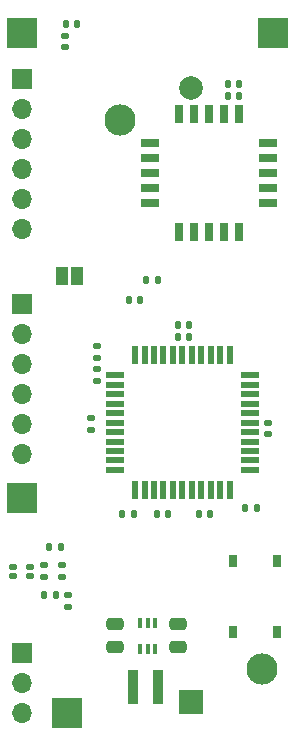
<source format=gbr>
%TF.GenerationSoftware,KiCad,Pcbnew,6.0.11-2627ca5db0~126~ubuntu22.04.1*%
%TF.CreationDate,2024-01-17T12:36:19+01:00*%
%TF.ProjectId,HB_TH_Sensor_SHT45_AllInOne_FUEL4EP,48425f54-485f-4536-956e-736f725f5348,1.2*%
%TF.SameCoordinates,Original*%
%TF.FileFunction,Soldermask,Top*%
%TF.FilePolarity,Negative*%
%FSLAX46Y46*%
G04 Gerber Fmt 4.6, Leading zero omitted, Abs format (unit mm)*
G04 Created by KiCad (PCBNEW 6.0.11-2627ca5db0~126~ubuntu22.04.1) date 2024-01-17 12:36:19*
%MOMM*%
%LPD*%
G01*
G04 APERTURE LIST*
G04 Aperture macros list*
%AMRoundRect*
0 Rectangle with rounded corners*
0 $1 Rounding radius*
0 $2 $3 $4 $5 $6 $7 $8 $9 X,Y pos of 4 corners*
0 Add a 4 corners polygon primitive as box body*
4,1,4,$2,$3,$4,$5,$6,$7,$8,$9,$2,$3,0*
0 Add four circle primitives for the rounded corners*
1,1,$1+$1,$2,$3*
1,1,$1+$1,$4,$5*
1,1,$1+$1,$6,$7*
1,1,$1+$1,$8,$9*
0 Add four rect primitives between the rounded corners*
20,1,$1+$1,$2,$3,$4,$5,0*
20,1,$1+$1,$4,$5,$6,$7,0*
20,1,$1+$1,$6,$7,$8,$9,0*
20,1,$1+$1,$8,$9,$2,$3,0*%
G04 Aperture macros list end*
%ADD10RoundRect,0.147500X-0.172500X0.147500X-0.172500X-0.147500X0.172500X-0.147500X0.172500X0.147500X0*%
%ADD11RoundRect,0.140000X-0.140000X-0.170000X0.140000X-0.170000X0.140000X0.170000X-0.140000X0.170000X0*%
%ADD12RoundRect,0.135000X0.185000X-0.135000X0.185000X0.135000X-0.185000X0.135000X-0.185000X-0.135000X0*%
%ADD13RoundRect,0.135000X0.135000X0.185000X-0.135000X0.185000X-0.135000X-0.185000X0.135000X-0.185000X0*%
%ADD14R,0.800000X1.500000*%
%ADD15R,1.500000X0.800000*%
%ADD16RoundRect,0.140000X0.170000X-0.140000X0.170000X0.140000X-0.170000X0.140000X-0.170000X-0.140000X0*%
%ADD17RoundRect,0.135000X-0.135000X-0.185000X0.135000X-0.185000X0.135000X0.185000X-0.135000X0.185000X0*%
%ADD18RoundRect,0.250000X0.475000X-0.250000X0.475000X0.250000X-0.475000X0.250000X-0.475000X-0.250000X0*%
%ADD19R,0.750000X1.000000*%
%ADD20RoundRect,0.140000X0.140000X0.170000X-0.140000X0.170000X-0.140000X-0.170000X0.140000X-0.170000X0*%
%ADD21R,0.900000X3.000000*%
%ADD22R,0.400000X0.900000*%
%ADD23R,0.550000X1.500000*%
%ADD24R,1.500000X0.550000*%
%ADD25RoundRect,0.140000X-0.170000X0.140000X-0.170000X-0.140000X0.170000X-0.140000X0.170000X0.140000X0*%
%ADD26R,2.500000X2.500000*%
%ADD27R,1.000000X1.500000*%
%ADD28RoundRect,0.147500X0.172500X-0.147500X0.172500X0.147500X-0.172500X0.147500X-0.172500X-0.147500X0*%
%ADD29RoundRect,0.102000X-0.250000X-0.150000X0.250000X-0.150000X0.250000X0.150000X-0.250000X0.150000X0*%
%ADD30RoundRect,0.147500X-0.147500X-0.172500X0.147500X-0.172500X0.147500X0.172500X-0.147500X0.172500X0*%
%ADD31C,2.640000*%
%ADD32R,2.000000X2.000000*%
%ADD33C,2.000000*%
%ADD34R,1.700000X1.700000*%
%ADD35O,1.700000X1.700000*%
G04 APERTURE END LIST*
D10*
%TO.C,D1*%
X8128000Y33251000D03*
X8128000Y32281000D03*
%TD*%
D11*
%TO.C,C1*%
X10823000Y37211000D03*
X11783000Y37211000D03*
%TD*%
D12*
%TO.C,R4*%
X8128000Y30351000D03*
X8128000Y31371000D03*
%TD*%
D13*
%TO.C,R1*%
X13337000Y38862000D03*
X12317000Y38862000D03*
%TD*%
D14*
%TO.C,Module1*%
X20146000Y42959000D03*
D15*
X12606000Y50499000D03*
D14*
X20146000Y52959000D03*
D15*
X22606000Y50499000D03*
D14*
X18876000Y42959000D03*
D15*
X12606000Y49229000D03*
D14*
X18876000Y52959000D03*
D15*
X22606000Y49229000D03*
D14*
X17606000Y42959000D03*
D15*
X12606000Y47959000D03*
D14*
X17606000Y52959000D03*
D15*
X22606000Y47959000D03*
D14*
X16336000Y42959000D03*
D15*
X12606000Y46689000D03*
D14*
X16336000Y52959000D03*
D15*
X22606000Y46689000D03*
D14*
X15066000Y42959000D03*
D15*
X12606000Y45419000D03*
D14*
X15066000Y52959000D03*
D15*
X22606000Y45419000D03*
%TD*%
D11*
%TO.C,C2*%
X16792000Y19050000D03*
X17752000Y19050000D03*
%TD*%
D16*
%TO.C,C4*%
X22606000Y25809000D03*
X22606000Y26769000D03*
%TD*%
D11*
%TO.C,C6*%
X15014000Y34036000D03*
X15974000Y34036000D03*
%TD*%
%TO.C,C8*%
X13236000Y19050000D03*
X14196000Y19050000D03*
%TD*%
D17*
%TO.C,R2*%
X10285000Y19050000D03*
X11305000Y19050000D03*
%TD*%
%TO.C,R6*%
X4062000Y16256000D03*
X5082000Y16256000D03*
%TD*%
D18*
%TO.C,C5*%
X14986000Y7813000D03*
X14986000Y9713000D03*
%TD*%
D19*
%TO.C,SW1*%
X19622172Y9047667D03*
X19622172Y15047667D03*
X23372172Y9047667D03*
X23372172Y15047667D03*
%TD*%
D20*
%TO.C,C11*%
X20165000Y54483000D03*
X19205000Y54483000D03*
%TD*%
%TO.C,C12*%
X20165000Y55499000D03*
X19205000Y55499000D03*
%TD*%
D16*
%TO.C,C13*%
X5461000Y58575000D03*
X5461000Y59535000D03*
%TD*%
D21*
%TO.C,L1*%
X13292000Y4445000D03*
X11192000Y4445000D03*
%TD*%
D22*
%TO.C,U2*%
X13096000Y9863000D03*
X12446000Y9863000D03*
X11796000Y9863000D03*
X11796000Y7663000D03*
X12446000Y7663000D03*
X13096000Y7663000D03*
%TD*%
D18*
%TO.C,C9*%
X9652000Y7813000D03*
X9652000Y9713000D03*
%TD*%
D23*
%TO.C,U1*%
X19367000Y32497000D03*
X18567000Y32497000D03*
X17767000Y32497000D03*
X16967000Y32497000D03*
X16167000Y32497000D03*
X15367000Y32497000D03*
X14567000Y32497000D03*
X13767000Y32497000D03*
X12967000Y32497000D03*
X12167000Y32497000D03*
X11367000Y32497000D03*
D24*
X9667000Y30797000D03*
X9667000Y29997000D03*
X9667000Y29197000D03*
X9667000Y28397000D03*
X9667000Y27597000D03*
X9667000Y26797000D03*
X9667000Y25997000D03*
X9667000Y25197000D03*
X9667000Y24397000D03*
X9667000Y23597000D03*
X9667000Y22797000D03*
D23*
X11367000Y21097000D03*
X12167000Y21097000D03*
X12967000Y21097000D03*
X13767000Y21097000D03*
X14567000Y21097000D03*
X15367000Y21097000D03*
X16167000Y21097000D03*
X16967000Y21097000D03*
X17767000Y21097000D03*
X18567000Y21097000D03*
X19367000Y21097000D03*
D24*
X21067000Y22797000D03*
X21067000Y23597000D03*
X21067000Y24397000D03*
X21067000Y25197000D03*
X21067000Y25997000D03*
X21067000Y26797000D03*
X21067000Y27597000D03*
X21067000Y28397000D03*
X21067000Y29197000D03*
X21067000Y29997000D03*
X21067000Y30797000D03*
%TD*%
D20*
%TO.C,C3*%
X15974000Y35052000D03*
X15014000Y35052000D03*
%TD*%
D25*
%TO.C,C15*%
X3683000Y14704000D03*
X3683000Y13744000D03*
%TD*%
D16*
%TO.C,C14*%
X5207000Y13744000D03*
X5207000Y14704000D03*
%TD*%
D26*
%TO.C,H4*%
X1778000Y20447000D03*
%TD*%
D25*
%TO.C,C7*%
X7620000Y27150000D03*
X7620000Y26190000D03*
%TD*%
D26*
%TO.C,H3*%
X5588000Y2175000D03*
%TD*%
D27*
%TO.C,JP1*%
X5192000Y39243000D03*
X6492000Y39243000D03*
%TD*%
D13*
%TO.C,R3*%
X21719000Y19558000D03*
X20699000Y19558000D03*
%TD*%
D26*
%TO.C,H1*%
X23079000Y59817000D03*
%TD*%
D28*
%TO.C,FB1*%
X5715000Y11199000D03*
X5715000Y12169000D03*
%TD*%
D17*
%TO.C,R5*%
X3681000Y12192000D03*
X4701000Y12192000D03*
%TD*%
D29*
%TO.C,U3*%
X1040000Y14614000D03*
X1040000Y13814000D03*
X2440000Y13814000D03*
X2440000Y14614000D03*
%TD*%
D30*
%TO.C,L2*%
X5484000Y60579000D03*
X6454000Y60579000D03*
%TD*%
D26*
%TO.C,H2*%
X1778000Y59817000D03*
%TD*%
D31*
%TO.C,BT1*%
X22124000Y5925000D03*
X10134000Y52405000D03*
D32*
X16129000Y3175000D03*
D33*
X16129000Y55165000D03*
%TD*%
D34*
%TO.C,J1*%
X1828000Y7275000D03*
D35*
X1828000Y4735000D03*
X1828000Y2195000D03*
%TD*%
D34*
%TO.C,J3*%
X1828000Y55880000D03*
D35*
X1828000Y53340000D03*
X1828000Y50800000D03*
X1828000Y48260000D03*
X1828000Y45720000D03*
X1828000Y43180000D03*
%TD*%
D34*
%TO.C,J2*%
X1828000Y36830000D03*
D35*
X1828000Y34290000D03*
X1828000Y31750000D03*
X1828000Y29210000D03*
X1828000Y26670000D03*
X1828000Y24130000D03*
%TD*%
M02*

</source>
